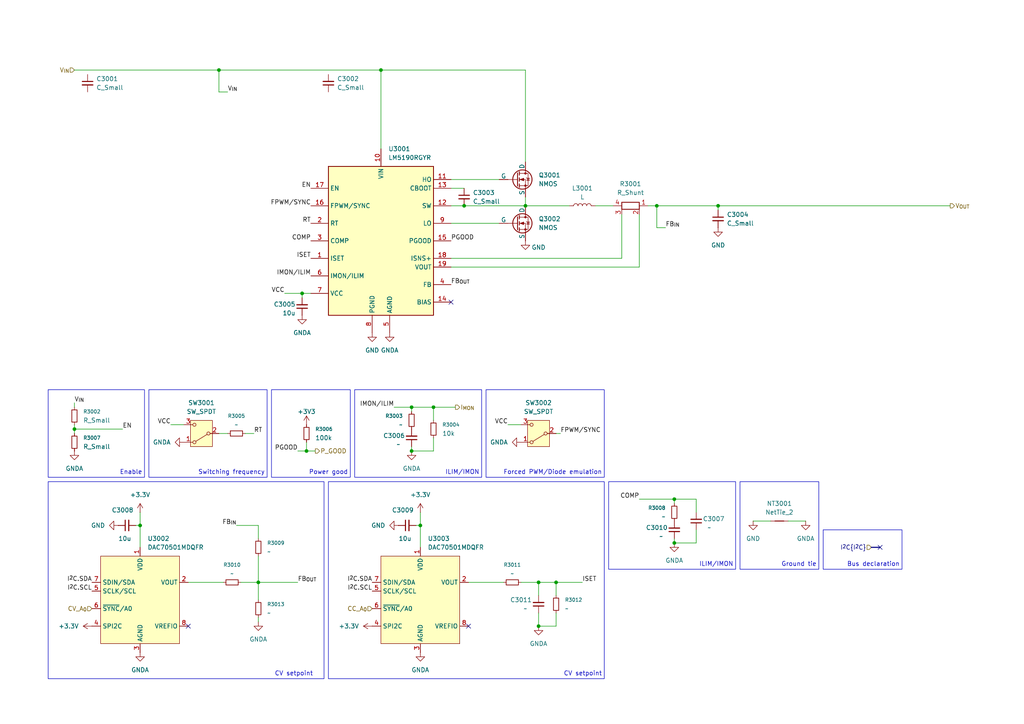
<source format=kicad_sch>
(kicad_sch (version 20250114) (generator "eeschema") (generator_version "9.0")
  (paper "A4")
  (title_block (title "${PROJECTNAME}") (date "2025-11-22") (rev "A.1") (company "David Haisman"))
  (lib_symbols
    (symbol "Device:C_Small" (pin_numbers (hide yes)) (pin_names (offset 0.254) (hide yes))
      (property "Reference" "C" (at 0.254 1.778 0))
      (property "Value" "C_Small" (at 0.254 -2.032 0))
      (symbol "C_Small_0_1"
        (polyline (pts (xy -1.524 0.508) (xy 1.524 0.508)) (stroke (width 0.3048)))
        (polyline (pts (xy -1.524 -0.508) (xy 1.524 -0.508)) (stroke (width 0.3302)))
      )
      (symbol "C_Small_1_1"
        (pin passive line (at 0 2.54 270) (length 2.032) (name "~") (number "1"))
        (pin passive line (at 0 -2.54 90) (length 2.032) (name "~") (number "2"))
      )
    )
    (symbol "Device:L" (pin_numbers (hide yes)) (pin_names (offset 1.016) (hide yes))
      (property "Reference" "L" (at -1.27 0 90))
      (property "Value" "L" (at 1.905 0 90))
      (symbol "L_0_1"
        (arc (start 0 2.54) (mid 0.6323 1.905) (end 0 1.27))
        (arc (start 0 1.27) (mid 0.6323 0.635) (end 0 0))
        (arc (start 0 0) (mid 0.6323 -0.635) (end 0 -1.27))
        (arc (start 0 -1.27) (mid 0.6323 -1.905) (end 0 -2.54))
      )
      (symbol "L_1_1"
        (pin passive line (at 0 3.81 270) (length 1.27) (name "1") (number "1"))
        (pin passive line (at 0 -3.81 90) (length 1.27) (name "2") (number "2"))
      )
    )
    (symbol "Device:NetTie_2" (pin_numbers (hide yes)) (pin_names (offset 0) (hide yes)) (in_bom no)
      (property "Reference" "NT" (at 0 1.27 0))
      (property "Value" "NetTie_2" (at 0 -1.27 0))
      (symbol "NetTie_2_0_1"
        (polyline (pts (xy -1.27 0) (xy 1.27 0)) (stroke (width 0.254)))
      )
      (symbol "NetTie_2_1_1"
        (pin passive line (at -2.54 0 0) (length 2.54) (name "1") (number "1"))
        (pin passive line (at 2.54 0 180) (length 2.54) (name "2") (number "2"))
      )
    )
    (symbol "Device:R_Shunt" (pin_names (offset 0) (hide yes))
      (property "Reference" "R" (at -2.032 0 90))
      (property "Value" "R_Shunt" (at 0 0 90))
      (symbol "R_Shunt_0_1"
        (rectangle (start -1.016 -2.54) (end 1.016 2.54) (stroke (width 0.254)))
        (polyline (pts (xy 0 -2.54) (xy 1.27 -2.54)))
        (polyline (pts (xy 1.27 2.54) (xy 0 2.54)))
      )
      (symbol "R_Shunt_1_1"
        (pin passive line (at 0 5.08 270) (length 2.54) (name "~") (number "1"))
        (pin passive line (at 0 -5.08 90) (length 2.54) (name "~") (number "4"))
        (pin passive line (at 2.54 2.54 180) (length 1.27) (name "~") (number "2"))
        (pin passive line (at 2.54 -2.54 180) (length 1.27) (name "~") (number "3"))
      )
    )
    (symbol "Device:R_Small" (pin_numbers (hide yes)) (pin_names (offset 0.254) (hide yes))
      (property "Reference" "R" (at 0 0 90))
      (property "Value" "R_Small" (at 1.778 0 90))
      (symbol "R_Small_0_1"
        (rectangle (start -0.762 1.778) (end 0.762 -1.778) (stroke (width 0.2032)))
      )
      (symbol "R_Small_1_1"
        (pin passive line (at 0 2.54 270) (length 0.762) (name "~") (number "1"))
        (pin passive line (at 0 -2.54 90) (length 0.762) (name "~") (number "2"))
      )
    )
    (symbol "Power_supply:DAC70501MDQFR"
      (property "Reference" "U" (at 2.794 17.018 0))
      (property "Value" "DAC70501MDQFR" (at 9.906 14.478 0))
      (symbol "DAC70501MDQFR_0_0"
        (pin bidirectional line (at -13.97 5.08 0) (length 2.54) (name "SDIN/SDA") (number "7"))
        (pin input line (at -13.97 2.54 0) (length 2.54) (name "SCLK/SCL") (number "5"))
        (pin input line (at -13.97 -2.54 0) (length 2.54) (name "~{SYNC}/A0") (number "6"))
        (pin input line (at -13.97 -7.62 0) (length 2.54) (name "SPI2C") (number "4"))
        (pin power_in line (at 0 15.24 270) (length 2.54) (name "VDD") (number "1"))
        (pin passive line (at 0 -15.24 90) (length 2.54) (name "AGND") (number "3"))
        (pin output line (at 13.97 5.08 180) (length 2.54) (name "VOUT") (number "2"))
        (pin bidirectional line (at 13.97 -7.62 180) (length 2.54) (name "VREFIO") (number "8"))
      )
      (symbol "DAC70501MDQFR_0_1"
        (rectangle (start -11.43 12.7) (end 11.43 -12.7) (fill (type background)))
      )
    )
    (symbol "Power_supply:LM5190RGYR"
      (property "Reference" "U" (at 16.51 26.67 0))
      (property "Value" "LM5190RGYR" (at 16.51 24.13 0))
      (symbol "LM5190RGYR_1_1"
        (rectangle (start -15.24 21.59) (end 15.24 -21.59) (stroke (width 0.254)) (fill (type background)))
        (pin input line (at -20.32 15.24 0) (length 5.08) (name "EN") (number "17"))
        (pin input line (at -20.32 10.16 0) (length 5.08) (name "FPWM/SYNC") (number "16"))
        (pin input line (at -20.32 5.08 0) (length 5.08) (name "RT") (number "2"))
        (pin output line (at -20.32 0 0) (length 5.08) (name "COMP") (number "3"))
        (pin bidirectional line (at -20.32 -5.08 0) (length 5.08) (name "ISET") (number "1"))
        (pin output line (at -20.32 -10.16 0) (length 5.08) (name "IMON/ILIM") (number "6"))
        (pin power_in line (at -20.32 -15.24 0) (length 5.08) (name "VCC") (number "7"))
        (pin passive line (at -2.54 -26.67 90) (length 5.08) (name "PGND") (number "8"))
        (pin passive line (at -2.54 -26.67 90) (length 5.08) (hide yes) (name "EP") (number "EP"))
        (pin power_in line (at 0 26.67 270) (length 5.08) (name "VIN") (number "10"))
        (pin passive line (at 2.54 -26.67 90) (length 5.08) (name "AGND") (number "5"))
        (pin passive line (at 20.32 17.78 180) (length 5.08) (name "HO") (number "11"))
        (pin passive line (at 20.32 15.24 180) (length 5.08) (name "CBOOT") (number "13"))
        (pin passive line (at 20.32 10.16 180) (length 5.08) (name "SW") (number "12"))
        (pin passive line (at 20.32 5.08 180) (length 5.08) (name "LO") (number "9"))
        (pin output line (at 20.32 0 180) (length 5.08) (name "PGOOD") (number "15"))
        (pin input line (at 20.32 -5.08 180) (length 5.08) (name "ISNS+") (number "18"))
        (pin input line (at 20.32 -7.62 180) (length 5.08) (name "VOUT") (number "19"))
        (pin input line (at 20.32 -12.7 180) (length 5.08) (name "FB") (number "4"))
        (pin passive line (at 20.32 -17.78 180) (length 5.08) (name "BIAS") (number "14"))
      )
    )
    (symbol "Simulation_SPICE:NMOS" (pin_numbers (hide yes)) (pin_names (offset 0))
      (property "Reference" "Q" (at 5.08 1.27 0))
      (property "Value" "NMOS" (at 5.08 -1.27 0))
      (symbol "NMOS_0_1"
        (polyline (pts (xy 0.254 1.905) (xy 0.254 -1.905)) (stroke (width 0.254)))
        (polyline (pts (xy 0.254 0) (xy -2.54 0)))
        (polyline (pts (xy 0.762 2.286) (xy 0.762 1.27)) (stroke (width 0.254)))
        (polyline (pts (xy 0.762 0.508) (xy 0.762 -0.508)) (stroke (width 0.254)))
        (polyline (pts (xy 0.762 -1.27) (xy 0.762 -2.286)) (stroke (width 0.254)))
        (polyline (pts (xy 0.762 -1.778) (xy 3.302 -1.778) (xy 3.302 1.778) (xy 0.762 1.778)))
        (polyline (pts (xy 1.016 0) (xy 2.032 0.381) (xy 2.032 -0.381) (xy 1.016 0)) (fill (type outline)))
        (circle (center 1.651 0) (radius 2.794) (stroke (width 0.254)))
        (polyline (pts (xy 2.54 2.54) (xy 2.54 1.778)))
        (circle (center 2.54 1.778) (radius 0.254) (fill (type outline)))
        (circle (center 2.54 -1.778) (radius 0.254) (fill (type outline)))
        (polyline (pts (xy 2.54 -2.54) (xy 2.54 0) (xy 0.762 0)))
        (polyline (pts (xy 2.794 0.508) (xy 2.921 0.381) (xy 3.683 0.381) (xy 3.81 0.254)))
        (polyline (pts (xy 3.302 0.381) (xy 2.921 -0.254) (xy 3.683 -0.254) (xy 3.302 0.381)))
      )
      (symbol "NMOS_1_1"
        (pin input line (at -5.08 0 0) (length 2.54) (name "G") (number "2"))
        (pin passive line (at 2.54 5.08 270) (length 2.54) (name "D") (number "1"))
        (pin passive line (at 2.54 -5.08 90) (length 2.54) (name "S") (number "3"))
      )
    )
    (symbol "Switch:SW_SPDT" (pin_names (offset 0) (hide yes))
      (property "Reference" "SW" (at 0 5.08 0))
      (property "Value" "SW_SPDT" (at 0 -5.08 0))
      (symbol "SW_SPDT_0_1"
        (circle (center -2.032 0) (radius 0.4572))
        (polyline (pts (xy -1.651 0.254) (xy 1.651 2.286)))
        (circle (center 2.032 2.54) (radius 0.4572))
        (circle (center 2.032 -2.54) (radius 0.4572))
      )
      (symbol "SW_SPDT_1_1"
        (rectangle (start -3.175 3.81) (end 3.175 -3.81) (fill (type background)))
        (pin passive line (at -5.08 0 0) (length 2.54) (name "B") (number "2"))
        (pin passive line (at 5.08 2.54 180) (length 2.54) (name "A") (number "1"))
        (pin passive line (at 5.08 -2.54 180) (length 2.54) (name "C") (number "3"))
      )
    )
    (symbol "power:+3.3V" (power) (pin_numbers (hide yes)) (pin_names (offset 0) (hide yes))
      (property "Value" "+3.3V" (at 0 3.556 0))
      (symbol "+3.3V_0_1"
        (polyline (pts (xy -0.762 1.27) (xy 0 2.54)))
        (polyline (pts (xy 0 2.54) (xy 0.762 1.27)))
        (polyline (pts (xy 0 0) (xy 0 2.54)))
      )
      (symbol "+3.3V_1_1"
        (pin power_in line (at 0 0 90) (length 0) (name "~") (number "1"))
      )
    )
    (symbol "power:+3V3" (power) (pin_names (offset 0))
      (property "Value" "+3V3" (at 0 3.556 0))
      (symbol "+3V3_0_1"
        (polyline (pts (xy -0.762 1.27) (xy 0 2.54)))
        (polyline (pts (xy 0 2.54) (xy 0.762 1.27)))
        (polyline (pts (xy 0 0) (xy 0 2.54)))
      )
      (symbol "+3V3_1_1"
        (pin power_in line (at 0 0 90) (length 0) (hide yes) (name "+3V3") (number "1"))
      )
    )
    (symbol "power:GND" (power) (pin_numbers (hide yes)) (pin_names (offset 0) (hide yes))
      (property "Value" "GND" (at 0 -3.81 0))
      (symbol "GND_0_1"
        (polyline (pts (xy 0 0) (xy 0 -1.27) (xy 1.27 -1.27) (xy 0 -2.54) (xy -1.27 -1.27) (xy 0 -1.27)))
      )
      (symbol "GND_1_1"
        (pin power_in line (at 0 0 270) (length 0) (name "~") (number "1"))
      )
    )
    (symbol "power:GNDA" (power) (pin_numbers (hide yes)) (pin_names (offset 0) (hide yes))
      (property "Value" "GNDA" (at 0 -3.81 0))
      (symbol "GNDA_0_1"
        (polyline (pts (xy 0 0) (xy 0 -1.27) (xy 1.27 -1.27) (xy 0 -2.54) (xy -1.27 -1.27) (xy 0 -1.27)))
      )
      (symbol "GNDA_1_1"
        (pin power_in line (at 0 0 270) (length 0) (name "~") (number "1"))
      )
    )
  )
  (rectangle (start 13.97 113.03) (end 41.91 138.43))
  (rectangle (start 43.18 113.03) (end 77.47 138.43))
  (rectangle (start 102.87 113.03) (end 139.7 138.43))
  (rectangle (start 78.74 113.03) (end 101.6 138.43))
  (rectangle (start 95.25 139.7) (end 175.26 196.85))
  (rectangle (start 176.53 139.7) (end 213.36 165.1))
  (rectangle (start 140.97 113.03) (end 175.26 138.43))
  (rectangle (start 13.97 139.7) (end 93.98 196.85))
  (rectangle (start 238.76 153.67) (end 261.62 165.1))
  (rectangle (start 214.63 139.7) (end 237.49 165.1))
  (text "Switching frequency" (at 76.835 137.795 0) (effects (font (size 1.27 1.27)) (justify right bottom)))
  (text "Ground tie" (at 236.855 164.465 0) (effects (font (size 1.27 1.27)) (justify right bottom)))
  (text "Bus declaration" (at 260.985 164.465 0) (effects (font (size 1.27 1.27)) (justify right bottom)))
  (text "Cívka: https://cz.mouser.com/ProductDetail/Vishay-Dale/IHLP6767GZER100M01?qs=6luCnr706CwMWNZNz3yZsQ%3D%3D" (at 212.725 -3.81 0) (effects (font (size 1.27 1.27))))
  (text "CV setpoint" (at 90.805 196.215 0) (effects (font (size 1.27 1.27)) (justify right bottom)))
  (text "Enable" (at 41.275 137.795 0) (effects (font (size 1.27 1.27)) (justify right bottom)))
  (text "ILIM/IMON" (at 212.725 164.465 0) (effects (font (size 1.27 1.27)) (justify right bottom)))
  (text "CV setpoint" (at 174.625 196.215 0) (effects (font (size 1.27 1.27)) (justify right bottom)))
  (text "Forced PWM/Diode emulation" (at 174.625 137.795 0) (effects (font (size 1.27 1.27)) (justify right bottom)))
  (text "Power good" (at 100.965 137.795 0) (effects (font (size 1.27 1.27)) (justify right bottom)))
  (text "ILIM/IMON" (at 139.065 137.795 0) (effects (font (size 1.27 1.27)) (justify right bottom)))
  (junction (at 195.58 157.48))
  (junction (at 161.29 168.91))
  (junction (at 74.93 168.91))
  (junction (at 190.5 59.69))
  (junction (at 40.64 152.4))
  (junction (at 156.21 181.61))
  (junction (at 125.73 118.11))
  (junction (at 63.5 20.32))
  (junction (at 152.4 59.69))
  (junction (at 110.49 20.32))
  (junction (at 156.21 168.91))
  (junction (at 87.63 85.09))
  (junction (at 134.62 59.69))
  (junction (at 208.28 59.69))
  (junction (at 21.59 124.46))
  (junction (at 121.92 152.4))
  (junction (at 88.9 130.81))
  (junction (at 119.38 130.81))
  (junction (at 195.58 144.78))
  (junction (at 119.38 118.11))
  (no_connect (at 255.27 158.75))
  (no_connect (at 54.61 181.61))
  (no_connect (at 135.89 181.61))
  (no_connect (at 130.81 87.63))
  (wire (pts (xy 156.21 168.91) (xy 156.21 172.72)))
  (wire (pts (xy 201.93 144.78) (xy 201.93 148.59)))
  (wire (pts (xy 86.36 130.81) (xy 88.9 130.81)))
  (wire (pts (xy 156.21 168.91) (xy 161.29 168.91)))
  (wire (pts (xy 21.59 116.84) (xy 21.59 118.11)))
  (wire (pts (xy 187.96 59.69) (xy 190.5 59.69)))
  (wire (pts (xy 130.81 74.93) (xy 180.34 74.93)))
  (wire (pts (xy 161.29 177.8) (xy 161.29 181.61)))
  (wire (pts (xy 161.29 168.91) (xy 168.91 168.91)))
  (wire (pts (xy 190.5 59.69) (xy 190.5 66.04)))
  (wire (pts (xy 63.5 26.67) (xy 66.04 26.67)))
  (wire (pts (xy 54.61 168.91) (xy 64.77 168.91)))
  (wire (pts (xy 110.49 20.32) (xy 110.49 43.18)))
  (wire (pts (xy 151.13 168.91) (xy 156.21 168.91)))
  (wire (pts (xy 233.68 151.13) (xy 228.6 151.13)))
  (wire (pts (xy 74.93 161.29) (xy 74.93 168.91)))
  (wire (pts (xy 119.38 118.11) (xy 119.38 119.38)))
  (wire (pts (xy 201.93 157.48) (xy 195.58 157.48)))
  (wire (pts (xy 195.58 144.78) (xy 195.58 146.05)))
  (wire (pts (xy 195.58 157.48) (xy 195.58 156.21)))
  (wire (pts (xy 40.64 158.75) (xy 40.64 152.4)))
  (wire (pts (xy 195.58 144.78) (xy 201.93 144.78)))
  (wire (pts (xy 185.42 77.47) (xy 130.81 77.47)))
  (wire (pts (xy 152.4 46.99) (xy 152.4 20.32)))
  (wire (pts (xy 69.85 168.91) (xy 74.93 168.91)))
  (wire (pts (xy 63.5 20.32) (xy 63.5 26.67)))
  (wire (pts (xy 63.5 125.73) (xy 66.04 125.73)))
  (wire (pts (xy 161.29 125.73) (xy 162.56 125.73)))
  (wire (pts (xy 130.81 52.07) (xy 144.78 52.07)))
  (wire (pts (xy 147.32 123.19) (xy 151.13 123.19)))
  (wire (pts (xy 87.63 86.36) (xy 87.63 85.09)))
  (wire (pts (xy 40.64 148.59) (xy 40.64 152.4)))
  (wire (pts (xy 201.93 153.67) (xy 201.93 157.48)))
  (wire (pts (xy 180.34 62.23) (xy 180.34 74.93)))
  (wire (pts (xy 208.28 59.69) (xy 275.59 59.69)))
  (wire (pts (xy 74.93 168.91) (xy 74.93 173.99)))
  (wire (pts (xy 161.29 168.91) (xy 161.29 172.72)))
  (wire (pts (xy 130.81 54.61) (xy 134.62 54.61)))
  (wire (pts (xy 185.42 62.23) (xy 185.42 77.47)))
  (wire (pts (xy 82.55 85.09) (xy 87.63 85.09)))
  (wire (pts (xy 121.92 158.75) (xy 121.92 152.4)))
  (wire (pts (xy 73.66 125.73) (xy 71.12 125.73)))
  (wire (pts (xy 119.38 130.81) (xy 119.38 129.54)))
  (wire (pts (xy 223.52 151.13) (xy 218.44 151.13)))
  (wire (pts (xy 88.9 130.81) (xy 91.44 130.81)))
  (wire (pts (xy 40.64 152.4) (xy 39.37 152.4)))
  (wire (pts (xy 68.58 152.4) (xy 74.93 152.4)))
  (wire (pts (xy 152.4 20.32) (xy 110.49 20.32)))
  (wire (pts (xy 130.81 59.69) (xy 134.62 59.69)))
  (wire (pts (xy 121.92 148.59) (xy 121.92 152.4)))
  (wire (pts (xy 49.53 123.19) (xy 53.34 123.19)))
  (wire (pts (xy 172.72 59.69) (xy 177.8 59.69)))
  (wire (pts (xy 21.59 20.32) (xy 63.5 20.32)))
  (wire (pts (xy 125.73 130.81) (xy 119.38 130.81)))
  (wire (pts (xy 63.5 20.32) (xy 110.49 20.32)))
  (wire (pts (xy 121.92 152.4) (xy 120.65 152.4)))
  (wire (pts (xy 74.93 152.4) (xy 74.93 156.21)))
  (wire (pts (xy 156.21 181.61) (xy 161.29 181.61)))
  (wire (pts (xy 21.59 124.46) (xy 35.56 124.46)))
  (wire (pts (xy 130.81 64.77) (xy 144.78 64.77)))
  (wire (pts (xy 134.62 59.69) (xy 152.4 59.69)))
  (wire (pts (xy 190.5 59.69) (xy 208.28 59.69)))
  (wire (pts (xy 21.59 123.19) (xy 21.59 124.46)))
  (wire (pts (xy 87.63 85.09) (xy 90.17 85.09)))
  (wire (pts (xy 74.93 179.07) (xy 74.93 180.34)))
  (wire (pts (xy 125.73 127) (xy 125.73 130.81)))
  (wire (pts (xy 190.5 66.04) (xy 193.04 66.04)))
  (wire (pts (xy 125.73 118.11) (xy 125.73 121.92)))
  (wire (pts (xy 21.59 124.46) (xy 21.59 125.73)))
  (wire (pts (xy 152.4 59.69) (xy 152.4 57.15)))
  (wire (pts (xy 74.93 168.91) (xy 86.36 168.91)))
  (wire (pts (xy 88.9 128.27) (xy 88.9 130.81)))
  (wire (pts (xy 185.42 144.78) (xy 195.58 144.78)))
  (wire (pts (xy 208.28 59.69) (xy 208.28 60.96)))
  (wire (pts (xy 119.38 118.11) (xy 125.73 118.11)))
  (wire (pts (xy 135.89 168.91) (xy 146.05 168.91)))
  (wire (pts (xy 156.21 177.8) (xy 156.21 181.61)))
  (wire (pts (xy 125.73 118.11) (xy 132.08 118.11)))
  (wire (pts (xy 152.4 59.69) (xy 165.1 59.69)))
  (bus (pts (xy 252.73 158.75) (xy 255.27 158.75)))
  (wire (pts (xy 114.3 118.11) (xy 119.38 118.11)))
  (label "V_{IN}" (at 21.59 116.84 0))
  (label "FB_{IN}" (at 68.58 152.4 180))
  (label "COMP" (at 90.17 69.85 180))
  (label "I^{2}C.SCL" (at 26.67 171.45 180))
  (label "FPWM{slash}SYNC" (at 162.56 125.73 0))
  (label "VCC" (at 49.53 123.19 180))
  (label "I^{2}C.SDA" (at 107.95 168.91 180))
  (label "FB_{IN}" (at 193.04 66.04 0))
  (label "ISET" (at 90.17 74.93 180))
  (label "VCC" (at 147.32 123.19 180))
  (label "FB_{OUT}" (at 130.81 82.55 0))
  (label "FB_{OUT}" (at 86.36 168.91 0))
  (label "ISET" (at 168.91 168.91 0))
  (label "IMON{slash}ILIM" (at 90.17 80.01 180))
  (label "IMON{slash}ILIM" (at 114.3 118.11 180))
  (label "EN" (at 35.56 124.46 0))
  (label "FPWM{slash}SYNC" (at 90.17 59.69 180))
  (label "COMP" (at 185.42 144.78 180))
  (label "PGOOD" (at 86.36 130.81 180))
  (label "I^{2}C.SDA" (at 26.67 168.91 180))
  (label "V_{IN}" (at 66.04 26.67 0))
  (label "RT" (at 73.66 125.73 0))
  (label "I^{2}C.SCL" (at 107.95 171.45 180))
  (label "VCC" (at 82.55 85.09 180))
  (label "EN" (at 90.17 54.61 180))
  (label "RT" (at 90.17 64.77 180))
  (label "PGOOD" (at 130.81 69.85 0))
  (hierarchical_label "CV_A_{0}" (shape input) (at 26.67 176.53 180))
  (hierarchical_label "I_{MON}" (shape output) (at 132.08 118.11 0))
  (hierarchical_label "V_{OUT}" (shape output) (at 275.59 59.69 0))
  (hierarchical_label "P_GOOD" (shape output) (at 91.44 130.81 0))
  (hierarchical_label "I^{2}C{I^{2}C}" (shape input) (at 252.73 158.75 180))
  (hierarchical_label "V_{IN}" (shape input) (at 21.59 20.32 180))
  (hierarchical_label "CC_A_{0}" (shape input) (at 107.95 176.53 180))
  (symbol (lib_id "Device:C_Small") (at 87.63 88.9 180) (unit 1)
    (property "Reference" "C1810" (at 82.55 88.265 0))
    (property "Value" "10u" (at 83.82 90.805 0))
    (property "Description" "Unpolarized capacitor, small symbol" (effects (hide yes)))
    (instances (project "Power_unit_A1" (path "" (reference "C3005") (unit 1)) (path "" (reference "C1810") (unit 1))))
  )
  (symbol (lib_id "Device:C_Small") (at 25.4 24.13 0) (unit 1)
    (property "Reference" "C1804" (at 27.94 22.8662 0) (effects (justify left)))
    (property "Value" "C_Small" (at 27.94 25.4062 0) (effects (justify left)))
    (property "Description" "Unpolarized capacitor, small symbol" (effects (hide yes)))
    (instances (project "Power_unit_A1" (path "" (reference "C3001") (unit 1)) (path "" (reference "C1804") (unit 1))))
  )
  (symbol (lib_id "Device:R_Small") (at 21.59 128.27 0) (unit 1)
    (property "Reference" "R3007" (at 24.13 126.9999 0) (effects (font (size 1.016 1.016)) (justify left)))
    (property "Value" "R_Small" (at 24.13 129.5399 0) (effects (justify left)))
    (property "Description" "Resistor, small symbol" (effects (hide yes)))
  )
  (symbol (lib_id "Device:C_Small") (at 195.58 153.67 180) (unit 1)
    (property "Reference" "C1811" (at 190.5 153.035 0))
    (property "Value" "~" (at 191.77 155.575 0))
    (property "Description" "Unpolarized capacitor, small symbol" (effects (hide yes)))
    (instances (project "Power_unit_A1" (path "" (reference "C3010") (unit 1)) (path "" (reference "C1811") (unit 1))))
  )
  (symbol (lib_id "Device:R_Small") (at 74.93 176.53 180) (unit 1)
    (property "Reference" "R1812" (at 77.47 175.2599 0) (effects (font (size 1.016 1.016)) (justify right)))
    (property "Value" "~" (at 77.47 177.7999 0) (effects (justify right)))
    (property "Description" "Resistor, small symbol" (effects (hide yes)))
    (instances (project "Power_unit_A1" (path "" (reference "R3013") (unit 1)) (path "" (reference "R1812") (unit 1))))
  )
  (symbol (lib_id "power:GND") (at 107.95 96.52 0) (unit 1)
    (property "Reference" "#PWR03004" (effects (hide yes)))
    (property "Value" "GND" (at 107.95 101.6 0))
    (property "Description" "Power symbol creates a global label with name \"GND\" , ground" (effects (hide yes)))
  )
  (symbol (lib_id "power:GNDA") (at 151.13 128.27 270) (unit 1)
    (property "Reference" "#PWR01831" (effects (hide yes)))
    (property "Value" "GNDA" (at 147.32 128.2699 90) (effects (justify right)))
    (property "Description" "Power symbol creates a global label with name \"GNDA\" , analog ground" (effects (hide yes)))
    (instances (project "Power_unit_A1" (path "" (reference "#PWR03008") (unit 1)) (path "" (reference "#PWR01831") (unit 1))))
  )
  (symbol (lib_id "power:GNDA") (at 156.21 181.61 0) (unit 1)
    (property "Reference" "#PWR01827" (effects (hide yes)))
    (property "Value" "GNDA" (at 156.21 186.69 0))
    (property "Description" "Power symbol creates a global label with name \"GNDA\" , analog ground" (effects (hide yes)))
    (instances (project "Power_unit_A1" (path "" (reference "#PWR03021") (unit 1)) (path "" (reference "#PWR01827") (unit 1))))
  )
  (symbol (lib_id "power:GNDA") (at 21.59 130.81 0) (unit 1)
    (property "Reference" "#PWR01817" (effects (hide yes)))
    (property "Value" "GNDA" (at 21.59 135.89 0))
    (property "Description" "Power symbol creates a global label with name \"GNDA\" , analog ground" (effects (hide yes)))
    (instances (project "Power_unit_A1" (path "" (reference "#PWR03009") (unit 1)) (path "" (reference "#PWR01817") (unit 1))))
  )
  (symbol (lib_id "Switch:SW_SPDT") (at 156.21 125.73 180) (unit 1)
    (property "Reference" "SW1802" (at 156.21 116.84 0))
    (property "Value" "SW_SPDT" (at 156.21 119.38 0))
    (property "Description" "Switch, single pole double throw" (effects (hide yes)))
    (instances (project "Power_unit_A1" (path "" (reference "SW3002") (unit 1)) (path "" (reference "SW1802") (unit 1))))
  )
  (symbol (lib_id "power:GNDA") (at 119.38 130.81 0) (unit 1)
    (property "Reference" "#PWR01830" (effects (hide yes)))
    (property "Value" "GNDA" (at 119.38 135.89 0))
    (property "Description" "Power symbol creates a global label with name \"GNDA\" , analog ground" (effects (hide yes)))
    (instances (project "Power_unit_A1" (path "" (reference "#PWR03010") (unit 1)) (path "" (reference "#PWR01830") (unit 1))))
  )
  (symbol (lib_id "Device:R_Small") (at 68.58 125.73 90) (unit 1)
    (property "Reference" "R1816" (at 68.58 120.65 90) (effects (font (size 1.016 1.016))))
    (property "Value" "~" (at 68.58 123.19 90))
    (property "Description" "Resistor, small symbol" (effects (hide yes)))
    (instances (project "Power_unit_A1" (path "" (reference "R3005") (unit 1)) (path "" (reference "R1816") (unit 1))))
  )
  (symbol (lib_id "power:+3.3V") (at 40.64 148.59 0) (unit 1)
    (property "Reference" "#PWR01818" (effects (hide yes)))
    (property "Value" "+3.3V" (at 40.64 143.51 0))
    (property "Description" "Power symbol creates a global label with name \"+3.3V\"" (effects (hide yes)))
    (instances (project "Power_unit_A1" (path "" (reference "#PWR03011") (unit 1)) (path "" (reference "#PWR01818") (unit 1))))
  )
  (symbol (lib_id "power:GNDA") (at 233.68 151.13 0) (unit 1)
    (property "Reference" "#PWR01815" (effects (hide yes)))
    (property "Value" "GNDA" (at 233.68 156.21 0))
    (property "Description" "Power symbol creates a global label with name \"GNDA\" , analog ground" (effects (hide yes)))
    (instances (project "Power_unit_A1" (path "" (reference "#PWR03014") (unit 1)) (path "" (reference "#PWR01815") (unit 1))))
  )
  (symbol (lib_id "Power_supply:LM5190RGYR") (at 110.49 69.85 0) (unit 1)
    (property "Reference" "U3001" (at 112.6333 43.18 0) (effects (justify left)))
    (property "Value" "LM5190RGYR" (at 112.6333 45.72 0) (effects (justify left)))
    (property "Footprint" "LM5190RGYR" (effects (hide yes)))
    (property "Datasheet" "https://www.ti.com/lit/gpn/lm5190" (effects (hide yes)))
    (property "Description" "Buck Regulator Positive Output Step-Down DC-DC Controller IC 19-VQFN (3.5x4.5) , 5V ~ 80V , 100kHz ~ 2.2MHz , -40C ~ 150C (TJ)" (effects (hide yes)))
    (property "Height" "1" (effects (hide yes)))
    (property "Manufacturer_Name" "Texas Instruments" (effects (hide yes)))
    (property "Manufacturer_Part_Number" "LM5190RGYR" (effects (hide yes)))
  )
  (symbol (lib_id "Device:R_Small") (at 119.38 121.92 0) (unit 1)
    (property "Reference" "R1819" (at 116.84 120.6499 0) (effects (font (size 1.016 1.016)) (justify right)))
    (property "Value" "~" (at 116.84 123.1899 0) (effects (justify right)))
    (property "Description" "Resistor, small symbol" (effects (hide yes)))
    (instances (project "Power_unit_A1" (path "" (reference "R3003") (unit 1)) (path "" (reference "R1819") (unit 1))))
  )
  (symbol (lib_id "power:GNDA") (at 40.64 189.23 0) (unit 1)
    (property "Reference" "#PWR01822" (effects (hide yes)))
    (property "Value" "GNDA" (at 40.64 194.31 0))
    (property "Description" "Power symbol creates a global label with name \"GNDA\" , analog ground" (effects (hide yes)))
    (instances (project "Power_unit_A1" (path "" (reference "#PWR03022") (unit 1)) (path "" (reference "#PWR01822") (unit 1))))
  )
  (symbol (lib_id "power:GNDA") (at 87.63 91.44 0) (unit 1)
    (property "Reference" "#PWR01832" (effects (hide yes)))
    (property "Value" "GNDA" (at 87.63 96.52 0))
    (property "Description" "Power symbol creates a global label with name \"GNDA\" , analog ground" (effects (hide yes)))
    (instances (project "Power_unit_A1" (path "" (reference "#PWR03003") (unit 1)) (path "" (reference "#PWR01832") (unit 1))))
  )
  (symbol (lib_id "Device:C_Small") (at 156.21 175.26 180) (unit 1)
    (property "Reference" "C1808" (at 151.13 173.99 0))
    (property "Value" "~" (at 152.4 176.53 0))
    (property "Description" "Unpolarized capacitor, small symbol" (effects (hide yes)))
    (instances (project "Power_unit_A1" (path "" (reference "C3011") (unit 1)) (path "" (reference "C1808") (unit 1))))
  )
  (symbol (lib_id "power:GNDA") (at 74.93 180.34 0) (unit 1)
    (property "Reference" "#PWR01820" (effects (hide yes)))
    (property "Value" "GNDA" (at 74.93 185.42 0))
    (property "Description" "Power symbol creates a global label with name \"GNDA\" , analog ground" (effects (hide yes)))
    (instances (project "Power_unit_A1" (path "" (reference "#PWR03018") (unit 1)) (path "" (reference "#PWR01820") (unit 1))))
  )
  (symbol (lib_id "Device:R_Small") (at 88.9 125.73 0) (unit 1)
    (property "Reference" "R1815" (at 91.44 124.4599 0) (effects (font (size 1.016 1.016)) (justify left)))
    (property "Value" "100k" (at 91.44 126.9999 0) (effects (justify left)))
    (property "Description" "Resistor, small symbol" (effects (hide yes)))
    (instances (project "Power_unit_A1" (path "" (reference "R3006") (unit 1)) (path "" (reference "R1815") (unit 1))))
  )
  (symbol (lib_id "Device:C_Small") (at 134.62 57.15 0) (unit 1)
    (property "Reference" "C3003" (at 137.16 55.8862 0) (effects (justify left)))
    (property "Value" "C_Small" (at 137.16 58.4262 0) (effects (justify left)))
    (property "Description" "Unpolarized capacitor, small symbol" (effects (hide yes)))
  )
  (symbol (lib_id "power:+3.3V") (at 121.92 148.59 0) (unit 1)
    (property "Reference" "#PWR01825" (effects (hide yes)))
    (property "Value" "+3.3V" (at 121.92 143.51 0))
    (property "Description" "Power symbol creates a global label with name \"+3.3V\"" (effects (hide yes)))
    (instances (project "Power_unit_A1" (path "" (reference "#PWR03012") (unit 1)) (path "" (reference "#PWR01825") (unit 1))))
  )
  (symbol (lib_id "Device:R_Small") (at 125.73 124.46 0) (unit 1)
    (property "Reference" "R1820" (at 128.27 123.1899 0) (effects (font (size 1.016 1.016)) (justify left)))
    (property "Value" "10k" (at 128.27 125.7299 0) (effects (justify left)))
    (property "Description" "Resistor, small symbol" (effects (hide yes)))
    (instances (project "Power_unit_A1" (path "" (reference "R3004") (unit 1)) (path "" (reference "R1820") (unit 1))))
  )
  (symbol (lib_id "Device:R_Small") (at 148.59 168.91 270) (unit 1)
    (property "Reference" "R1818" (at 148.59 163.83 90) (effects (font (size 1.016 1.016))))
    (property "Value" "~" (at 148.59 166.37 90))
    (property "Description" "Resistor, small symbol" (effects (hide yes)))
    (instances (project "Power_unit_A1" (path "" (reference "R3011") (unit 1)) (path "" (reference "R1818") (unit 1))))
  )
  (symbol (lib_id "power:GNDA") (at 113.03 96.52 0) (unit 1)
    (property "Reference" "#PWR03005" (effects (hide yes)))
    (property "Value" "GNDA" (at 113.03 101.6 0))
    (property "Description" "Power symbol creates a global label with name \"GNDA\" , analog ground" (effects (hide yes)))
  )
  (symbol (lib_id "Device:R_Small") (at 67.31 168.91 270) (unit 1)
    (property "Reference" "R1813" (at 67.31 163.83 90) (effects (font (size 1.016 1.016))))
    (property "Value" "~" (at 67.31 166.37 90))
    (property "Description" "Resistor, small symbol" (effects (hide yes)))
    (instances (project "Power_unit_A1" (path "" (reference "R3010") (unit 1)) (path "" (reference "R1813") (unit 1))))
  )
  (symbol (lib_id "power:GNDA") (at 195.58 157.48 0) (unit 1)
    (property "Reference" "#PWR01833" (effects (hide yes)))
    (property "Value" "GNDA" (at 195.58 162.56 0))
    (property "Description" "Power symbol creates a global label with name \"GNDA\" , analog ground" (effects (hide yes)))
    (instances (project "Power_unit_A1" (path "" (reference "#PWR03017") (unit 1)) (path "" (reference "#PWR01833") (unit 1))))
  )
  (symbol (lib_id "Power_supply:DAC70501MDQFR") (at 121.92 173.99 0) (unit 1)
    (property "Reference" "U1806" (at 124.0633 156.21 0) (effects (justify left)))
    (property "Value" "DAC70501MDQFR" (at 124.0633 158.75 0) (effects (justify left)))
    (property "Footprint" "Power_supply:Texas_DQF0008A_WSON-8_2x2mm_P0.8mm" (effects (hide yes)))
    (property "Datasheet" "https://www.ti.com/lit/ds/symlink/dac70501.pdf?ts=1758449264718" (effects (hide yes)))
    (instances (project "Power_unit_A1" (path "" (reference "U3003") (unit 1)) (path "" (reference "U1806") (unit 1))))
  )
  (symbol (lib_id "Device:C_Small") (at 95.25 24.13 180) (unit 1)
    (property "Reference" "C1805" (at 97.79 22.8535 0) (effects (justify right)))
    (property "Value" "C_Small" (at 97.79 25.3935 0) (effects (justify right)))
    (property "Description" "Unpolarized capacitor, small symbol" (effects (hide yes)))
    (instances (project "Power_unit_A1" (path "" (reference "C3002") (unit 1)) (path "" (reference "C1805") (unit 1))))
  )
  (symbol (lib_id "power:+3.3V") (at 107.95 181.61 90) (unit 1)
    (property "Reference" "#PWR01828" (effects (hide yes)))
    (property "Value" "+3.3V" (at 104.14 181.6099 90) (effects (justify left)))
    (property "Description" "Power symbol creates a global label with name \"+3.3V\"" (effects (hide yes)))
    (instances (project "Power_unit_A1" (path "" (reference "#PWR03020") (unit 1)) (path "" (reference "#PWR01828") (unit 1))))
  )
  (symbol (lib_id "Simulation_SPICE:NMOS") (at 149.86 52.07 0) (unit 1)
    (property "Reference" "Q3001" (at 156.21 50.7999 0) (effects (justify left)))
    (property "Value" "NMOS" (at 156.21 53.3399 0) (effects (justify left)))
    (property "Datasheet" "https://ngspice.sourceforge.io/docs/ngspice-html-manual/manual.xhtml#cha_MOSFETs" (effects (hide yes)))
    (property "Description" "N-MOSFET transistor, drain/source/gate" (effects (hide yes)))
    (property "Sim.Device" "NMOS" (effects (hide yes)))
    (property "Sim.Type" "VDMOS" (effects (hide yes)))
    (property "Sim.Pins" "1=D 2=G 3=S" (effects (hide yes)))
  )
  (symbol (lib_id "Device:C_Small") (at 119.38 127 180) (unit 1)
    (property "Reference" "C1809" (at 114.3 126.365 0))
    (property "Value" "~" (at 115.57 128.905 0))
    (property "Description" "Unpolarized capacitor, small symbol" (effects (hide yes)))
    (instances (project "Power_unit_A1" (path "" (reference "C3006") (unit 1)) (path "" (reference "C1809") (unit 1))))
  )
  (symbol (lib_id "Device:C_Small") (at 201.93 151.13 0) (mirror x) (unit 1)
    (property "Reference" "C1812" (at 207.01 150.495 0))
    (property "Value" "~" (at 205.74 153.035 0))
    (property "Description" "Unpolarized capacitor, small symbol" (effects (hide yes)))
    (instances (project "Power_unit_A1" (path "" (reference "C3007") (unit 1)) (path "" (reference "C1812") (unit 1))))
  )
  (symbol (lib_id "Power_supply:DAC70501MDQFR") (at 40.64 173.99 0) (unit 1)
    (property "Reference" "U1805" (at 42.7833 156.21 0) (effects (justify left)))
    (property "Value" "DAC70501MDQFR" (at 42.7833 158.75 0) (effects (justify left)))
    (property "Footprint" "Power_supply:Texas_DQF0008A_WSON-8_2x2mm_P0.8mm" (effects (hide yes)))
    (property "Datasheet" "https://www.ti.com/lit/ds/symlink/dac70501.pdf?ts=1758449264718" (effects (hide yes)))
    (instances (project "Power_unit_A1" (path "" (reference "U3002") (unit 1)) (path "" (reference "U1805") (unit 1))))
  )
  (symbol (lib_id "Device:C_Small") (at 208.28 63.5 0) (unit 1)
    (property "Reference" "C1803" (at 210.82 62.2362 0) (effects (justify left)))
    (property "Value" "C_Small" (at 210.82 64.7762 0) (effects (justify left)))
    (property "Description" "Unpolarized capacitor, small symbol" (effects (hide yes)))
    (instances (project "Power_unit_A1" (path "" (reference "C3004") (unit 1)) (path "" (reference "C1803") (unit 1))))
  )
  (symbol (lib_id "power:GND") (at 152.4 69.85 0) (unit 1)
    (property "Reference" "#PWR03002" (effects (hide yes)))
    (property "Value" "GND" (at 156.21 71.755 0))
    (property "Description" "Power symbol creates a global label with name \"GND\" , ground" (effects (hide yes)))
  )
  (symbol (lib_id "power:GND") (at 34.29 152.4 270) (unit 1)
    (property "Reference" "#PWR01819" (effects (hide yes)))
    (property "Value" "GND" (at 30.48 152.3999 90) (effects (justify right)))
    (property "Description" "Power symbol creates a global label with name \"GND\" , ground" (effects (hide yes)))
    (instances (project "Power_unit_A1" (path "" (reference "#PWR03015") (unit 1)) (path "" (reference "#PWR01819") (unit 1))))
  )
  (symbol (lib_id "Device:C_Small") (at 118.11 152.4 90) (mirror x) (unit 1)
    (property "Reference" "C1807" (at 116.84 147.955 90))
    (property "Value" "10u" (at 117.475 156.21 90))
    (property "Description" "Unpolarized capacitor, small symbol" (effects (hide yes)))
    (instances (project "Power_unit_A1" (path "" (reference "C3009") (unit 1)) (path "" (reference "C1807") (unit 1))))
  )
  (symbol (lib_id "power:GND") (at 208.28 66.04 0) (unit 1)
    (property "Reference" "#PWR01816" (effects (hide yes)))
    (property "Value" "GND" (at 208.28 71.12 0))
    (property "Description" "Power symbol creates a global label with name \"GND\" , ground" (effects (hide yes)))
    (instances (project "Power_unit_A1" (path "" (reference "#PWR03001") (unit 1)) (path "" (reference "#PWR01816") (unit 1))))
  )
  (symbol (lib_id "Device:R_Small") (at 195.58 148.59 0) (unit 1)
    (property "Reference" "R1821" (at 193.04 147.3199 0) (effects (font (size 1.016 1.016)) (justify right)))
    (property "Value" "~" (at 193.04 149.8599 0) (effects (justify right)))
    (property "Description" "Resistor, small symbol" (effects (hide yes)))
    (instances (project "Power_unit_A1" (path "" (reference "R3008") (unit 1)) (path "" (reference "R1821") (unit 1))))
  )
  (symbol (lib_id "Device:NetTie_2") (at 226.06 151.13 0) (unit 1) (in_bom no)
    (property "Reference" "NT3001" (at 226.06 146.05 0))
    (property "Value" "NetTie_2" (at 226.06 148.59 0))
    (property "Footprint" "Package_DIP:DIP-4_W7.62mm" (effects (hide yes)))
    (property "Description" "Net tie, 2 pins" (effects (hide yes)))
  )
  (symbol (lib_id "power:+3.3V") (at 26.67 181.61 90) (unit 1)
    (property "Reference" "#PWR01821" (effects (hide yes)))
    (property "Value" "+3.3V" (at 22.86 181.6099 90) (effects (justify left)))
    (property "Description" "Power symbol creates a global label with name \"+3.3V\"" (effects (hide yes)))
    (instances (project "Power_unit_A1" (path "" (reference "#PWR03019") (unit 1)) (path "" (reference "#PWR01821") (unit 1))))
  )
  (symbol (lib_id "power:GND") (at 218.44 151.13 0) (unit 1)
    (property "Reference" "#PWR01814" (effects (hide yes)))
    (property "Value" "GND" (at 218.44 156.21 0))
    (property "Description" "Power symbol creates a global label with name \"GND\" , ground" (effects (hide yes)))
    (instances (project "Power_unit_A1" (path "" (reference "#PWR03013") (unit 1)) (path "" (reference "#PWR01814") (unit 1))))
  )
  (symbol (lib_id "power:GNDA") (at 53.34 128.27 270) (unit 1)
    (property "Reference" "#PWR01824" (effects (hide yes)))
    (property "Value" "GNDA" (at 49.53 128.2699 90) (effects (justify right)))
    (property "Description" "Power symbol creates a global label with name \"GNDA\" , analog ground" (effects (hide yes)))
    (instances (project "Power_unit_A1" (path "" (reference "#PWR03007") (unit 1)) (path "" (reference "#PWR01824") (unit 1))))
  )
  (symbol (lib_id "Device:C_Small") (at 36.83 152.4 90) (mirror x) (unit 1)
    (property "Reference" "C1806" (at 35.56 147.955 90))
    (property "Value" "10u" (at 36.195 156.21 90))
    (property "Description" "Unpolarized capacitor, small symbol" (effects (hide yes)))
    (instances (project "Power_unit_A1" (path "" (reference "C3008") (unit 1)) (path "" (reference "C1806") (unit 1))))
  )
  (symbol (lib_id "Device:R_Small") (at 21.59 120.65 0) (unit 1)
    (property "Reference" "R3002" (at 24.13 119.3799 0) (effects (font (size 1.016 1.016)) (justify left)))
    (property "Value" "R_Small" (at 24.13 121.9199 0) (effects (justify left)))
    (property "Description" "Resistor, small symbol" (effects (hide yes)))
  )
  (symbol (lib_id "power:+3V3") (at 88.9 123.19 0) (mirror y) (unit 1)
    (property "Reference" "#PWR01823" (effects (hide yes)))
    (property "Value" "+3V3" (at 88.9 119.38 0))
    (instances (project "Power_unit_A1" (path "" (reference "#PWR03006") (unit 1)) (path "" (reference "#PWR01823") (unit 1))))
  )
  (symbol (lib_id "Switch:SW_SPDT") (at 58.42 125.73 180) (unit 1)
    (property "Reference" "SW3001" (at 58.42 116.84 0))
    (property "Value" "SW_SPDT" (at 58.42 119.38 0))
    (property "Description" "Switch, single pole double throw" (effects (hide yes)))
  )
  (symbol (lib_id "Device:R_Small") (at 74.93 158.75 180) (unit 1)
    (property "Reference" "R1817" (at 77.47 157.4799 0) (effects (font (size 1.016 1.016)) (justify right)))
    (property "Value" "~" (at 77.47 160.0199 0) (effects (justify right)))
    (property "Description" "Resistor, small symbol" (effects (hide yes)))
    (instances (project "Power_unit_A1" (path "" (reference "R3009") (unit 1)) (path "" (reference "R1817") (unit 1))))
  )
  (symbol (lib_id "Device:R_Shunt") (at 182.88 59.69 270) (unit 1)
    (property "Reference" "R3001" (at 182.88 53.34 90))
    (property "Value" "R_Shunt" (at 182.88 55.88 90))
    (property "Description" "Shunt resistor with Kelvin connections" (effects (hide yes)))
  )
  (symbol (lib_id "Device:R_Small") (at 161.29 175.26 180) (unit 1)
    (property "Reference" "R1814" (at 163.83 173.9899 0) (effects (font (size 1.016 1.016)) (justify right)))
    (property "Value" "~" (at 163.83 176.5299 0) (effects (justify right)))
    (property "Description" "Resistor, small symbol" (effects (hide yes)))
    (instances (project "Power_unit_A1" (path "" (reference "R3012") (unit 1)) (path "" (reference "R1814") (unit 1))))
  )
  (symbol (lib_id "power:GNDA") (at 121.92 189.23 0) (unit 1)
    (property "Reference" "#PWR01829" (effects (hide yes)))
    (property "Value" "GNDA" (at 121.92 194.31 0))
    (property "Description" "Power symbol creates a global label with name \"GNDA\" , analog ground" (effects (hide yes)))
    (instances (project "Power_unit_A1" (path "" (reference "#PWR03023") (unit 1)) (path "" (reference "#PWR01829") (unit 1))))
  )
  (symbol (lib_id "Device:L") (at 168.91 59.69 90) (unit 1)
    (property "Reference" "L3001" (at 168.91 54.61 90))
    (property "Value" "L" (at 168.91 57.15 90))
    (property "Description" "Inductor" (effects (hide yes)))
  )
  (symbol (lib_id "Simulation_SPICE:NMOS") (at 149.86 64.77 0) (unit 1)
    (property "Reference" "Q3002" (at 156.21 63.4999 0) (effects (justify left)))
    (property "Value" "NMOS" (at 156.21 66.0399 0) (effects (justify left)))
    (property "Datasheet" "https://ngspice.sourceforge.io/docs/ngspice-html-manual/manual.xhtml#cha_MOSFETs" (effects (hide yes)))
    (property "Description" "N-MOSFET transistor, drain/source/gate" (effects (hide yes)))
    (property "Sim.Device" "NMOS" (effects (hide yes)))
    (property "Sim.Type" "VDMOS" (effects (hide yes)))
    (property "Sim.Pins" "1=D 2=G 3=S" (effects (hide yes)))
  )
  (symbol (lib_id "power:GND") (at 115.57 152.4 270) (unit 1)
    (property "Reference" "#PWR01826" (effects (hide yes)))
    (property "Value" "GND" (at 111.76 152.3999 90) (effects (justify right)))
    (property "Description" "Power symbol creates a global label with name \"GND\" , ground" (effects (hide yes)))
    (instances (project "Power_unit_A1" (path "" (reference "#PWR03016") (unit 1)) (path "" (reference "#PWR01826") (unit 1))))
  )
)
</source>
